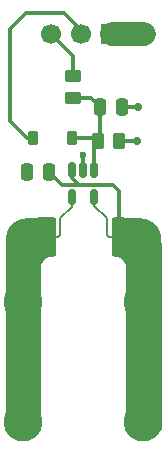
<source format=gbr>
%TF.GenerationSoftware,KiCad,Pcbnew,9.0.2*%
%TF.CreationDate,2025-11-13T14:06:28+01:00*%
%TF.ProjectId,current-meas,63757272-656e-4742-9d6d-6561732e6b69,rev?*%
%TF.SameCoordinates,Original*%
%TF.FileFunction,Copper,L1,Top*%
%TF.FilePolarity,Positive*%
%FSLAX46Y46*%
G04 Gerber Fmt 4.6, Leading zero omitted, Abs format (unit mm)*
G04 Created by KiCad (PCBNEW 9.0.2) date 2025-11-13 14:06:28*
%MOMM*%
%LPD*%
G01*
G04 APERTURE LIST*
G04 Aperture macros list*
%AMRoundRect*
0 Rectangle with rounded corners*
0 $1 Rounding radius*
0 $2 $3 $4 $5 $6 $7 $8 $9 X,Y pos of 4 corners*
0 Add a 4 corners polygon primitive as box body*
4,1,4,$2,$3,$4,$5,$6,$7,$8,$9,$2,$3,0*
0 Add four circle primitives for the rounded corners*
1,1,$1+$1,$2,$3*
1,1,$1+$1,$4,$5*
1,1,$1+$1,$6,$7*
1,1,$1+$1,$8,$9*
0 Add four rect primitives between the rounded corners*
20,1,$1+$1,$2,$3,$4,$5,0*
20,1,$1+$1,$4,$5,$6,$7,0*
20,1,$1+$1,$6,$7,$8,$9,0*
20,1,$1+$1,$8,$9,$2,$3,0*%
G04 Aperture macros list end*
%TA.AperFunction,Conductor*%
%ADD10C,0.000000*%
%TD*%
%ADD11C,0.200000*%
%TA.AperFunction,Conductor*%
%ADD12C,0.200000*%
%TD*%
%TA.AperFunction,SMDPad,CuDef*%
%ADD13RoundRect,0.225000X-0.225000X-0.375000X0.225000X-0.375000X0.225000X0.375000X-0.225000X0.375000X0*%
%TD*%
%TA.AperFunction,SMDPad,CuDef*%
%ADD14RoundRect,0.250000X0.250000X0.475000X-0.250000X0.475000X-0.250000X-0.475000X0.250000X-0.475000X0*%
%TD*%
%TA.AperFunction,SMDPad,CuDef*%
%ADD15RoundRect,0.250000X-0.450000X0.262500X-0.450000X-0.262500X0.450000X-0.262500X0.450000X0.262500X0*%
%TD*%
%TA.AperFunction,SMDPad,CuDef*%
%ADD16RoundRect,0.250000X-0.262500X-0.450000X0.262500X-0.450000X0.262500X0.450000X-0.262500X0.450000X0*%
%TD*%
%TA.AperFunction,SMDPad,CuDef*%
%ADD17RoundRect,0.150000X-0.150000X0.512500X-0.150000X-0.512500X0.150000X-0.512500X0.150000X0.512500X0*%
%TD*%
%TA.AperFunction,ComponentPad*%
%ADD18R,1.700000X1.700000*%
%TD*%
%TA.AperFunction,ComponentPad*%
%ADD19C,1.700000*%
%TD*%
%TA.AperFunction,ComponentPad*%
%ADD20C,3.300000*%
%TD*%
%TA.AperFunction,SMDPad,CuDef*%
%ADD21RoundRect,0.250000X0.362500X1.425000X-0.362500X1.425000X-0.362500X-1.425000X0.362500X-1.425000X0*%
%TD*%
%TA.AperFunction,SMDPad,CuDef*%
%ADD22RoundRect,0.250000X-0.250000X-0.475000X0.250000X-0.475000X0.250000X0.475000X-0.250000X0.475000X0*%
%TD*%
%TA.AperFunction,ViaPad*%
%ADD23C,0.700000*%
%TD*%
%TA.AperFunction,ViaPad*%
%ADD24C,0.600000*%
%TD*%
%TA.AperFunction,Conductor*%
%ADD25C,0.300000*%
%TD*%
%TA.AperFunction,Conductor*%
%ADD26C,2.000000*%
%TD*%
G04 APERTURE END LIST*
D10*
%TA.AperFunction,Conductor*%
%TO.N,/Vin+*%
G36*
X156475000Y-127900000D02*
G01*
X153475000Y-127900000D01*
X153475000Y-112075000D01*
X156475000Y-112075000D01*
X156475000Y-127900000D01*
G37*
%TD.AperFunction*%
%TA.AperFunction,Conductor*%
%TO.N,/Vin-*%
G36*
X146267889Y-127895000D02*
G01*
X143267889Y-127895000D01*
X143267889Y-112070000D01*
X146267889Y-112070000D01*
X146267889Y-127895000D01*
G37*
%TD.AperFunction*%
D11*
X156375000Y-112075000D02*
X156374990Y-112065752D01*
X156374960Y-112056532D01*
X156374910Y-112047354D01*
X156374841Y-112038205D01*
X156374751Y-112029098D01*
X156374642Y-112020018D01*
X156374514Y-112010981D01*
X156374365Y-112001971D01*
X156374198Y-111993003D01*
X156374011Y-111984062D01*
X156373805Y-111975162D01*
X156373579Y-111966290D01*
X156373335Y-111957458D01*
X156373071Y-111948654D01*
X156372789Y-111939890D01*
X156372487Y-111931153D01*
X156372167Y-111922456D01*
X156371828Y-111913786D01*
X156371470Y-111905156D01*
X156371094Y-111896552D01*
X156370699Y-111887988D01*
X156370285Y-111879450D01*
X156369853Y-111870951D01*
X156369403Y-111862479D01*
X156368934Y-111854045D01*
X156368447Y-111845638D01*
X156367942Y-111837269D01*
X156367419Y-111828925D01*
X156366878Y-111820620D01*
X156366319Y-111812341D01*
X156365742Y-111804099D01*
X156365147Y-111795883D01*
X156364535Y-111787705D01*
X156363904Y-111779552D01*
X156363256Y-111771436D01*
X156362591Y-111763345D01*
X156361908Y-111755291D01*
X156361207Y-111747262D01*
X156360489Y-111739270D01*
X156359754Y-111731302D01*
X156359002Y-111723371D01*
X156358232Y-111715465D01*
X156357445Y-111707594D01*
X156356641Y-111699748D01*
X156355821Y-111691937D01*
X156354982Y-111684151D01*
X156354128Y-111676400D01*
X156353256Y-111668673D01*
X156352368Y-111660982D01*
X156351463Y-111653314D01*
X156350541Y-111645681D01*
X156349602Y-111638072D01*
X156348648Y-111630497D01*
X156347676Y-111622946D01*
X156346688Y-111615429D01*
X156345684Y-111607935D01*
X156344663Y-111600476D01*
X156343626Y-111593039D01*
X156342573Y-111585636D01*
X156341504Y-111578257D01*
X156340419Y-111570910D01*
X156339317Y-111563587D01*
X156338200Y-111556296D01*
X156337066Y-111549029D01*
X156335917Y-111541794D01*
X156334751Y-111534581D01*
X156333570Y-111527401D01*
X156332373Y-111520244D01*
X156331161Y-111513118D01*
X156329932Y-111506015D01*
X156328689Y-111498944D01*
X156327429Y-111491895D01*
X156326155Y-111484878D01*
X156324864Y-111477882D01*
X156323559Y-111470918D01*
X156322237Y-111463976D01*
X156320901Y-111457064D01*
X156319549Y-111450175D01*
X156318182Y-111443315D01*
X156316800Y-111436478D01*
X156315403Y-111429671D01*
X156313990Y-111422886D01*
X156312563Y-111416130D01*
X156311120Y-111409396D01*
X156309663Y-111402691D01*
X156308190Y-111396009D01*
X156306703Y-111389355D01*
X156305200Y-111382722D01*
X156303684Y-111376119D01*
X156302152Y-111369537D01*
X156300606Y-111362983D01*
X156299044Y-111356451D01*
X156297469Y-111349946D01*
X156295878Y-111343463D01*
X156294273Y-111337008D01*
X156292653Y-111330574D01*
X156291020Y-111324167D01*
X156289371Y-111317782D01*
X156287708Y-111311423D01*
X156286031Y-111305086D01*
X156284339Y-111298776D01*
X156282633Y-111292486D01*
X156280913Y-111286223D01*
X156279178Y-111279980D01*
X156277430Y-111273764D01*
X156275667Y-111267569D01*
X156273890Y-111261400D01*
X156272098Y-111255251D01*
X156270294Y-111249128D01*
X156268474Y-111243025D01*
X156266641Y-111236948D01*
X156264793Y-111230891D01*
X156262932Y-111224859D01*
X156261057Y-111218848D01*
X156259168Y-111212861D01*
X156257265Y-111206895D01*
X156255348Y-111200953D01*
X156253417Y-111195031D01*
X156251473Y-111189134D01*
X156249514Y-111183256D01*
X156247542Y-111177402D01*
X156245556Y-111171569D01*
X156243557Y-111165759D01*
X156241544Y-111159969D01*
X156239517Y-111154202D01*
X156237477Y-111148455D01*
X156235423Y-111142732D01*
X156233355Y-111137027D01*
X156231274Y-111131346D01*
X156229179Y-111125684D01*
X156227071Y-111120045D01*
X156224949Y-111114426D01*
X156222815Y-111108829D01*
X156220666Y-111103251D01*
X156218504Y-111097695D01*
X156216328Y-111092159D01*
X156214140Y-111086644D01*
X156211937Y-111081149D01*
X156209722Y-111075675D01*
X156207492Y-111070220D01*
X156205250Y-111064787D01*
X156202994Y-111059372D01*
X156200726Y-111053979D01*
X156198443Y-111048605D01*
X156196148Y-111043251D01*
X156193839Y-111037916D01*
X156191517Y-111032602D01*
X156189182Y-111027307D01*
X156186833Y-111022032D01*
X156184471Y-111016776D01*
X156182097Y-111011539D01*
X156179708Y-111006322D01*
X156177307Y-111001124D01*
X156174892Y-110995945D01*
X156172465Y-110990785D01*
X156170024Y-110985644D01*
X156167570Y-110980522D01*
X156165103Y-110975418D01*
X156162623Y-110970334D01*
X156160129Y-110965268D01*
X156157622Y-110960221D01*
X156155103Y-110955192D01*
X156152570Y-110950181D01*
X156150024Y-110945189D01*
X156147465Y-110940215D01*
X156144893Y-110935260D01*
X156142307Y-110930322D01*
X156139709Y-110925403D01*
X156137097Y-110920501D01*
X156134473Y-110915617D01*
X156131835Y-110910752D01*
X156129184Y-110905903D01*
X156126520Y-110901073D01*
X156123843Y-110896260D01*
X156121153Y-110891465D01*
X156118449Y-110886687D01*
X156115733Y-110881926D01*
X156113003Y-110877183D01*
X156110260Y-110872457D01*
X156107504Y-110867748D01*
X156104735Y-110863056D01*
X156101953Y-110858382D01*
X156099158Y-110853724D01*
X156096349Y-110849083D01*
X156093527Y-110844459D01*
X156090693Y-110839852D01*
X156087844Y-110835261D01*
X156084983Y-110830687D01*
X156082108Y-110826130D01*
X156079221Y-110821589D01*
X156076320Y-110817064D01*
X156073406Y-110812556D01*
X156070478Y-110808064D01*
X156067537Y-110803589D01*
X156064583Y-110799129D01*
X156061616Y-110794686D01*
X156058635Y-110790258D01*
X156055641Y-110785847D01*
X156052633Y-110781451D01*
X156049613Y-110777072D01*
X156046578Y-110772707D01*
X156043531Y-110768360D01*
X156040470Y-110764026D01*
X156037396Y-110759710D01*
X156031207Y-110751123D01*
X156024963Y-110742597D01*
X156018666Y-110734132D01*
X156012314Y-110725729D01*
X156005907Y-110717385D01*
X155999446Y-110709101D01*
X155992930Y-110700877D01*
X155986358Y-110692712D01*
X155979731Y-110684605D01*
X155973049Y-110676556D01*
X155966310Y-110668565D01*
X155959515Y-110660631D01*
X155952664Y-110652754D01*
X155945756Y-110644934D01*
X155938791Y-110637170D01*
X155931769Y-110629461D01*
X155924689Y-110621808D01*
X155917550Y-110614209D01*
X155910354Y-110606665D01*
X155903099Y-110599176D01*
X155895785Y-110591740D01*
X155888411Y-110584358D01*
X155880978Y-110577029D01*
X155873485Y-110569753D01*
X155865931Y-110562530D01*
X155858316Y-110555359D01*
X155850639Y-110548240D01*
X155842901Y-110541172D01*
X155835101Y-110534156D01*
X155827238Y-110527191D01*
X155819312Y-110520277D01*
X155811322Y-110513414D01*
X155803269Y-110506600D01*
X155795150Y-110499837D01*
X155786967Y-110493123D01*
X155778718Y-110486460D01*
X155770403Y-110479845D01*
X155762021Y-110473279D01*
X155753572Y-110466763D01*
X155745055Y-110460295D01*
X155736470Y-110453875D01*
X155727816Y-110447504D01*
X155719092Y-110441181D01*
X155710299Y-110434905D01*
X155701434Y-110428677D01*
X155692499Y-110422497D01*
X155683491Y-110416364D01*
X155674410Y-110410279D01*
X155665256Y-110404240D01*
X155656028Y-110398248D01*
X155646726Y-110392303D01*
X155637348Y-110386405D01*
X155627893Y-110380553D01*
X155618362Y-110374747D01*
X155608753Y-110368988D01*
X155599066Y-110363275D01*
X155589299Y-110357608D01*
X155579452Y-110351987D01*
X155569525Y-110346411D01*
X155559516Y-110340882D01*
X155549424Y-110335398D01*
X155539249Y-110329960D01*
X155528989Y-110324567D01*
X155518645Y-110319220D01*
X155508214Y-110313919D01*
X155497697Y-110308662D01*
X155487091Y-110303452D01*
X155476397Y-110298286D01*
X155465612Y-110293166D01*
X155454737Y-110288091D01*
X155443770Y-110283062D01*
X155432710Y-110278078D01*
X155421556Y-110273139D01*
X155410306Y-110268245D01*
X155398961Y-110263397D01*
X155387518Y-110258593D01*
X155375976Y-110253836D01*
X155364335Y-110249123D01*
X155352593Y-110244456D01*
X155340749Y-110239834D01*
X155328801Y-110235258D01*
X155316749Y-110230727D01*
X155304591Y-110226242D01*
X155292326Y-110221802D01*
X155279951Y-110217408D01*
X155267467Y-110213060D01*
X155254871Y-110208757D01*
X155242163Y-110204501D01*
X155229339Y-110200290D01*
X155216400Y-110196125D01*
X155203343Y-110192006D01*
X155190167Y-110187933D01*
X155176870Y-110183907D01*
X155163451Y-110179927D01*
X155149907Y-110175994D01*
X155136238Y-110172107D01*
X155122440Y-110168267D01*
X155108513Y-110164473D01*
X155094454Y-110160727D01*
X155080261Y-110157027D01*
X155065933Y-110153375D01*
X155051467Y-110149770D01*
X155036861Y-110146213D01*
X155022112Y-110142703D01*
X155007220Y-110139241D01*
X154992180Y-110135827D01*
X154976992Y-110132460D01*
X154961652Y-110129142D01*
X154946157Y-110125872D01*
X154930505Y-110122651D01*
X154914694Y-110119478D01*
X154898720Y-110116355D01*
X154882581Y-110113280D01*
X154866272Y-110110254D01*
X154849793Y-110107278D01*
X154833138Y-110104351D01*
X154816304Y-110101474D01*
X154799289Y-110098646D01*
X154782087Y-110095869D01*
X154764696Y-110093142D01*
X154747112Y-110090466D01*
X154729330Y-110087840D01*
X154711345Y-110085264D01*
X154693154Y-110082740D01*
X154674752Y-110080267D01*
X154656133Y-110077846D01*
X154637292Y-110075476D01*
X154618225Y-110073158D01*
X154598924Y-110070892D01*
X154579384Y-110068678D01*
X154559599Y-110066517D01*
X154539562Y-110064408D01*
X154519266Y-110062352D01*
X154498703Y-110060350D01*
X154477865Y-110058400D01*
X154456744Y-110056505D01*
X154435331Y-110054663D01*
X154413616Y-110052875D01*
X154391589Y-110051141D01*
X154369239Y-110049462D01*
X154346555Y-110047837D01*
X154323523Y-110046268D01*
X154300129Y-110044753D01*
X154276361Y-110043294D01*
X154252200Y-110041891D01*
X154227631Y-110040544D01*
X154202633Y-110039253D01*
X154177187Y-110038018D01*
X154151270Y-110036840D01*
X154124857Y-110035719D01*
X154097920Y-110034656D01*
X154070428Y-110033650D01*
X154042346Y-110032702D01*
X154013637Y-110031812D01*
X153984255Y-110030980D01*
X153954150Y-110030207D01*
X153923265Y-110029494D01*
X153891532Y-110028840D01*
X153858872Y-110028246D01*
X153825192Y-110027712D01*
X153790378Y-110027239D01*
X153754293Y-110026828D01*
X153716764Y-110026479D01*
X153677572Y-110026193D01*
X153636427Y-110025971D01*
X153592937Y-110025814D01*
X153546539Y-110025724D01*
X153496381Y-110025704D01*
X153441038Y-110025758D01*
X153377766Y-110025893D01*
X153299668Y-110026131D01*
X153253301Y-110026289D01*
X153181448Y-110026530D01*
X153109420Y-110026733D01*
X153073349Y-110026808D01*
X153037244Y-110026860D01*
X153001108Y-110026883D01*
X152964944Y-110026872D01*
X152928755Y-110026823D01*
X152892545Y-110026731D01*
X152856316Y-110026590D01*
X152820071Y-110026397D01*
X152783814Y-110026146D01*
X152747548Y-110025833D01*
X152711276Y-110025453D01*
X152675000Y-110025000D01*
D12*
%TO.N,/Vin+*%
X155600000Y-110425000D02*
X156100000Y-110975000D01*
X156325000Y-111825000D01*
X156225000Y-112325000D01*
X154025000Y-113800000D01*
X153550000Y-113675000D01*
X152825000Y-112850000D01*
X153125000Y-110150000D01*
X154600000Y-110125000D01*
X155600000Y-110425000D01*
%TA.AperFunction,Conductor*%
G36*
X155600000Y-110425000D02*
G01*
X156100000Y-110975000D01*
X156325000Y-111825000D01*
X156225000Y-112325000D01*
X154025000Y-113800000D01*
X153550000Y-113675000D01*
X152825000Y-112850000D01*
X153125000Y-110150000D01*
X154600000Y-110125000D01*
X155600000Y-110425000D01*
G37*
%TD.AperFunction*%
%TO.N,/Vin-*%
X146617889Y-110145000D02*
X146917889Y-112845000D01*
X146192889Y-113670000D01*
X145717889Y-113795000D01*
X143517889Y-112320000D01*
X143417889Y-111820000D01*
X143642889Y-110970000D01*
X144142889Y-110420000D01*
X145142889Y-110120000D01*
X146617889Y-110145000D01*
%TA.AperFunction,Conductor*%
G36*
X146617889Y-110145000D02*
G01*
X146917889Y-112845000D01*
X146192889Y-113670000D01*
X145717889Y-113795000D01*
X143517889Y-112320000D01*
X143417889Y-111820000D01*
X143642889Y-110970000D01*
X144142889Y-110420000D01*
X145142889Y-110120000D01*
X146617889Y-110145000D01*
G37*
%TD.AperFunction*%
D11*
X143367889Y-112070000D02*
X143367899Y-112060752D01*
X143367929Y-112051532D01*
X143367979Y-112042354D01*
X143368048Y-112033205D01*
X143368138Y-112024098D01*
X143368247Y-112015018D01*
X143368375Y-112005981D01*
X143368524Y-111996971D01*
X143368691Y-111988003D01*
X143368878Y-111979062D01*
X143369084Y-111970162D01*
X143369310Y-111961290D01*
X143369554Y-111952458D01*
X143369818Y-111943654D01*
X143370100Y-111934890D01*
X143370402Y-111926153D01*
X143370722Y-111917456D01*
X143371061Y-111908786D01*
X143371419Y-111900156D01*
X143371795Y-111891552D01*
X143372190Y-111882988D01*
X143372604Y-111874450D01*
X143373036Y-111865951D01*
X143373486Y-111857479D01*
X143373955Y-111849045D01*
X143374442Y-111840638D01*
X143374947Y-111832269D01*
X143375470Y-111823925D01*
X143376011Y-111815620D01*
X143376570Y-111807341D01*
X143377147Y-111799099D01*
X143377742Y-111790883D01*
X143378354Y-111782705D01*
X143378985Y-111774552D01*
X143379633Y-111766436D01*
X143380298Y-111758345D01*
X143380981Y-111750291D01*
X143381682Y-111742262D01*
X143382400Y-111734270D01*
X143383135Y-111726302D01*
X143383887Y-111718371D01*
X143384657Y-111710465D01*
X143385444Y-111702594D01*
X143386248Y-111694748D01*
X143387068Y-111686937D01*
X143387907Y-111679151D01*
X143388761Y-111671400D01*
X143389633Y-111663673D01*
X143390521Y-111655982D01*
X143391426Y-111648314D01*
X143392348Y-111640681D01*
X143393287Y-111633072D01*
X143394241Y-111625497D01*
X143395213Y-111617946D01*
X143396201Y-111610429D01*
X143397205Y-111602935D01*
X143398226Y-111595476D01*
X143399263Y-111588039D01*
X143400316Y-111580636D01*
X143401385Y-111573257D01*
X143402470Y-111565910D01*
X143403572Y-111558587D01*
X143404689Y-111551296D01*
X143405823Y-111544029D01*
X143406972Y-111536794D01*
X143408138Y-111529581D01*
X143409319Y-111522401D01*
X143410516Y-111515244D01*
X143411728Y-111508118D01*
X143412957Y-111501015D01*
X143414200Y-111493944D01*
X143415460Y-111486895D01*
X143416734Y-111479878D01*
X143418025Y-111472882D01*
X143419330Y-111465918D01*
X143420652Y-111458976D01*
X143421988Y-111452064D01*
X143423340Y-111445175D01*
X143424707Y-111438315D01*
X143426089Y-111431478D01*
X143427486Y-111424671D01*
X143428899Y-111417886D01*
X143430326Y-111411130D01*
X143431769Y-111404396D01*
X143433226Y-111397691D01*
X143434699Y-111391009D01*
X143436186Y-111384355D01*
X143437689Y-111377722D01*
X143439205Y-111371119D01*
X143440737Y-111364537D01*
X143442283Y-111357983D01*
X143443845Y-111351451D01*
X143445420Y-111344946D01*
X143447011Y-111338463D01*
X143448616Y-111332008D01*
X143450236Y-111325574D01*
X143451869Y-111319167D01*
X143453518Y-111312782D01*
X143455181Y-111306423D01*
X143456858Y-111300086D01*
X143458550Y-111293776D01*
X143460256Y-111287486D01*
X143461976Y-111281223D01*
X143463711Y-111274980D01*
X143465459Y-111268764D01*
X143467222Y-111262569D01*
X143468999Y-111256400D01*
X143470791Y-111250251D01*
X143472595Y-111244128D01*
X143474415Y-111238025D01*
X143476248Y-111231948D01*
X143478096Y-111225891D01*
X143479957Y-111219859D01*
X143481832Y-111213848D01*
X143483721Y-111207861D01*
X143485624Y-111201895D01*
X143487541Y-111195953D01*
X143489472Y-111190031D01*
X143491416Y-111184134D01*
X143493375Y-111178256D01*
X143495347Y-111172402D01*
X143497333Y-111166569D01*
X143499332Y-111160759D01*
X143501345Y-111154969D01*
X143503372Y-111149202D01*
X143505412Y-111143455D01*
X143507466Y-111137732D01*
X143509534Y-111132027D01*
X143511615Y-111126346D01*
X143513710Y-111120684D01*
X143515818Y-111115045D01*
X143517940Y-111109426D01*
X143520074Y-111103829D01*
X143522223Y-111098251D01*
X143524385Y-111092695D01*
X143526561Y-111087159D01*
X143528749Y-111081644D01*
X143530952Y-111076149D01*
X143533167Y-111070675D01*
X143535397Y-111065220D01*
X143537639Y-111059787D01*
X143539895Y-111054372D01*
X143542163Y-111048979D01*
X143544446Y-111043605D01*
X143546741Y-111038251D01*
X143549050Y-111032916D01*
X143551372Y-111027602D01*
X143553707Y-111022307D01*
X143556056Y-111017032D01*
X143558418Y-111011776D01*
X143560792Y-111006539D01*
X143563181Y-111001322D01*
X143565582Y-110996124D01*
X143567997Y-110990945D01*
X143570424Y-110985785D01*
X143572865Y-110980644D01*
X143575319Y-110975522D01*
X143577786Y-110970418D01*
X143580266Y-110965334D01*
X143582760Y-110960268D01*
X143585267Y-110955221D01*
X143587786Y-110950192D01*
X143590319Y-110945181D01*
X143592865Y-110940189D01*
X143595424Y-110935215D01*
X143597996Y-110930260D01*
X143600582Y-110925322D01*
X143603180Y-110920403D01*
X143605792Y-110915501D01*
X143608416Y-110910617D01*
X143611054Y-110905752D01*
X143613705Y-110900903D01*
X143616369Y-110896073D01*
X143619046Y-110891260D01*
X143621736Y-110886465D01*
X143624440Y-110881687D01*
X143627156Y-110876926D01*
X143629886Y-110872183D01*
X143632629Y-110867457D01*
X143635385Y-110862748D01*
X143638154Y-110858056D01*
X143640936Y-110853382D01*
X143643731Y-110848724D01*
X143646540Y-110844083D01*
X143649362Y-110839459D01*
X143652196Y-110834852D01*
X143655045Y-110830261D01*
X143657906Y-110825687D01*
X143660781Y-110821130D01*
X143663668Y-110816589D01*
X143666569Y-110812064D01*
X143669483Y-110807556D01*
X143672411Y-110803064D01*
X143675352Y-110798589D01*
X143678306Y-110794129D01*
X143681273Y-110789686D01*
X143684254Y-110785258D01*
X143687248Y-110780847D01*
X143690256Y-110776451D01*
X143693276Y-110772072D01*
X143696311Y-110767707D01*
X143699358Y-110763360D01*
X143702419Y-110759026D01*
X143705493Y-110754710D01*
X143711682Y-110746123D01*
X143717926Y-110737597D01*
X143724223Y-110729132D01*
X143730575Y-110720729D01*
X143736982Y-110712385D01*
X143743443Y-110704101D01*
X143749959Y-110695877D01*
X143756531Y-110687712D01*
X143763158Y-110679605D01*
X143769840Y-110671556D01*
X143776579Y-110663565D01*
X143783374Y-110655631D01*
X143790225Y-110647754D01*
X143797133Y-110639934D01*
X143804098Y-110632170D01*
X143811120Y-110624461D01*
X143818200Y-110616808D01*
X143825339Y-110609209D01*
X143832535Y-110601665D01*
X143839790Y-110594176D01*
X143847104Y-110586740D01*
X143854478Y-110579358D01*
X143861911Y-110572029D01*
X143869404Y-110564753D01*
X143876958Y-110557530D01*
X143884573Y-110550359D01*
X143892250Y-110543240D01*
X143899988Y-110536172D01*
X143907788Y-110529156D01*
X143915651Y-110522191D01*
X143923577Y-110515277D01*
X143931567Y-110508414D01*
X143939620Y-110501600D01*
X143947739Y-110494837D01*
X143955922Y-110488123D01*
X143964171Y-110481460D01*
X143972486Y-110474845D01*
X143980868Y-110468279D01*
X143989317Y-110461763D01*
X143997834Y-110455295D01*
X144006419Y-110448875D01*
X144015073Y-110442504D01*
X144023797Y-110436181D01*
X144032590Y-110429905D01*
X144041455Y-110423677D01*
X144050390Y-110417497D01*
X144059398Y-110411364D01*
X144068479Y-110405279D01*
X144077633Y-110399240D01*
X144086861Y-110393248D01*
X144096163Y-110387303D01*
X144105541Y-110381405D01*
X144114996Y-110375553D01*
X144124527Y-110369747D01*
X144134136Y-110363988D01*
X144143823Y-110358275D01*
X144153590Y-110352608D01*
X144163437Y-110346987D01*
X144173364Y-110341411D01*
X144183373Y-110335882D01*
X144193465Y-110330398D01*
X144203640Y-110324960D01*
X144213900Y-110319567D01*
X144224244Y-110314220D01*
X144234675Y-110308919D01*
X144245192Y-110303662D01*
X144255798Y-110298452D01*
X144266492Y-110293286D01*
X144277277Y-110288166D01*
X144288152Y-110283091D01*
X144299119Y-110278062D01*
X144310179Y-110273078D01*
X144321333Y-110268139D01*
X144332583Y-110263245D01*
X144343928Y-110258397D01*
X144355371Y-110253593D01*
X144366913Y-110248836D01*
X144378554Y-110244123D01*
X144390296Y-110239456D01*
X144402140Y-110234834D01*
X144414088Y-110230258D01*
X144426140Y-110225727D01*
X144438298Y-110221242D01*
X144450563Y-110216802D01*
X144462938Y-110212408D01*
X144475422Y-110208060D01*
X144488018Y-110203757D01*
X144500726Y-110199501D01*
X144513550Y-110195290D01*
X144526489Y-110191125D01*
X144539546Y-110187006D01*
X144552722Y-110182933D01*
X144566019Y-110178907D01*
X144579438Y-110174927D01*
X144592982Y-110170994D01*
X144606651Y-110167107D01*
X144620449Y-110163267D01*
X144634376Y-110159473D01*
X144648435Y-110155727D01*
X144662628Y-110152027D01*
X144676956Y-110148375D01*
X144691422Y-110144770D01*
X144706028Y-110141213D01*
X144720777Y-110137703D01*
X144735669Y-110134241D01*
X144750709Y-110130827D01*
X144765897Y-110127460D01*
X144781237Y-110124142D01*
X144796732Y-110120872D01*
X144812384Y-110117651D01*
X144828195Y-110114478D01*
X144844169Y-110111355D01*
X144860308Y-110108280D01*
X144876617Y-110105254D01*
X144893096Y-110102278D01*
X144909751Y-110099351D01*
X144926585Y-110096474D01*
X144943600Y-110093646D01*
X144960802Y-110090869D01*
X144978193Y-110088142D01*
X144995777Y-110085466D01*
X145013559Y-110082840D01*
X145031544Y-110080264D01*
X145049735Y-110077740D01*
X145068137Y-110075267D01*
X145086756Y-110072846D01*
X145105597Y-110070476D01*
X145124664Y-110068158D01*
X145143965Y-110065892D01*
X145163505Y-110063678D01*
X145183290Y-110061517D01*
X145203327Y-110059408D01*
X145223623Y-110057352D01*
X145244186Y-110055350D01*
X145265024Y-110053400D01*
X145286145Y-110051505D01*
X145307558Y-110049663D01*
X145329273Y-110047875D01*
X145351300Y-110046141D01*
X145373650Y-110044462D01*
X145396334Y-110042837D01*
X145419366Y-110041268D01*
X145442760Y-110039753D01*
X145466528Y-110038294D01*
X145490689Y-110036891D01*
X145515258Y-110035544D01*
X145540256Y-110034253D01*
X145565702Y-110033018D01*
X145591619Y-110031840D01*
X145618032Y-110030719D01*
X145644969Y-110029656D01*
X145672461Y-110028650D01*
X145700543Y-110027702D01*
X145729252Y-110026812D01*
X145758634Y-110025980D01*
X145788739Y-110025207D01*
X145819624Y-110024494D01*
X145851357Y-110023840D01*
X145884017Y-110023246D01*
X145917697Y-110022712D01*
X145952511Y-110022239D01*
X145988596Y-110021828D01*
X146026125Y-110021479D01*
X146065317Y-110021193D01*
X146106462Y-110020971D01*
X146149952Y-110020814D01*
X146196350Y-110020724D01*
X146246508Y-110020704D01*
X146301851Y-110020758D01*
X146365123Y-110020893D01*
X146443221Y-110021131D01*
X146489588Y-110021289D01*
X146561441Y-110021530D01*
X146633469Y-110021733D01*
X146669540Y-110021808D01*
X146705645Y-110021860D01*
X146741781Y-110021883D01*
X146777945Y-110021872D01*
X146814134Y-110021823D01*
X146850344Y-110021731D01*
X146886573Y-110021590D01*
X146922818Y-110021397D01*
X146959075Y-110021146D01*
X146995341Y-110020833D01*
X147031613Y-110020453D01*
X147067889Y-110020000D01*
X145867889Y-115470000D02*
X145867999Y-115459050D01*
X145868130Y-115448132D01*
X145868279Y-115437246D01*
X145868448Y-115426393D01*
X145868637Y-115415571D01*
X145868845Y-115404781D01*
X145869073Y-115394022D01*
X145869319Y-115383296D01*
X145869586Y-115372600D01*
X145869871Y-115361937D01*
X145870175Y-115351305D01*
X145870498Y-115340704D01*
X145870841Y-115330135D01*
X145871202Y-115319597D01*
X145871583Y-115309090D01*
X145871982Y-115298615D01*
X145872400Y-115288171D01*
X145872837Y-115277758D01*
X145873292Y-115267376D01*
X145873766Y-115257025D01*
X145874259Y-115246704D01*
X145874770Y-115236415D01*
X145875299Y-115226156D01*
X145875847Y-115215929D01*
X145876414Y-115205731D01*
X145876998Y-115195565D01*
X145877601Y-115185429D01*
X145878222Y-115175324D01*
X145878861Y-115165248D01*
X145879519Y-115155204D01*
X145880194Y-115145189D01*
X145880887Y-115135205D01*
X145881598Y-115125251D01*
X145882327Y-115115328D01*
X145883074Y-115105434D01*
X145883839Y-115095570D01*
X145884621Y-115085736D01*
X145885421Y-115075933D01*
X145886239Y-115066158D01*
X145887074Y-115056415D01*
X145887927Y-115046700D01*
X145888797Y-115037016D01*
X145889684Y-115027360D01*
X145890589Y-115017735D01*
X145891511Y-115008138D01*
X145892450Y-114998572D01*
X145893407Y-114989034D01*
X145894380Y-114979527D01*
X145895371Y-114970048D01*
X145896379Y-114960599D01*
X145897404Y-114951178D01*
X145898445Y-114941787D01*
X145899504Y-114932424D01*
X145900579Y-114923092D01*
X145901671Y-114913787D01*
X145902780Y-114904512D01*
X145903905Y-114895265D01*
X145905047Y-114886047D01*
X145906206Y-114876858D01*
X145907381Y-114867698D01*
X145908573Y-114858565D01*
X145909781Y-114849462D01*
X145911005Y-114840386D01*
X145912246Y-114831340D01*
X145913503Y-114822321D01*
X145914776Y-114813332D01*
X145916065Y-114804370D01*
X145917370Y-114795437D01*
X145918692Y-114786531D01*
X145920029Y-114777654D01*
X145921383Y-114768804D01*
X145922752Y-114759983D01*
X145924138Y-114751189D01*
X145925539Y-114742424D01*
X145926956Y-114733685D01*
X145928388Y-114724976D01*
X145929837Y-114716293D01*
X145931301Y-114707639D01*
X145932780Y-114699010D01*
X145934275Y-114690411D01*
X145935786Y-114681838D01*
X145937312Y-114673294D01*
X145938853Y-114664775D01*
X145940410Y-114656286D01*
X145941982Y-114647822D01*
X145943569Y-114639387D01*
X145945172Y-114630977D01*
X145946789Y-114622596D01*
X145948422Y-114614241D01*
X145950070Y-114605914D01*
X145951733Y-114597612D01*
X145953411Y-114589339D01*
X145955104Y-114581090D01*
X145956811Y-114572871D01*
X145958534Y-114564676D01*
X145960271Y-114556510D01*
X145962024Y-114548368D01*
X145963790Y-114540255D01*
X145965572Y-114532166D01*
X145967368Y-114524106D01*
X145969179Y-114516070D01*
X145971004Y-114508063D01*
X145972844Y-114500079D01*
X145974698Y-114492124D01*
X145976566Y-114484193D01*
X145978449Y-114476290D01*
X145980347Y-114468411D01*
X145982258Y-114460561D01*
X145984184Y-114452734D01*
X145986124Y-114444935D01*
X145988078Y-114437159D01*
X145990046Y-114429412D01*
X145992028Y-114421688D01*
X145994024Y-114413992D01*
X145996035Y-114406320D01*
X145998059Y-114398675D01*
X146000097Y-114391054D01*
X146002149Y-114383460D01*
X146004215Y-114375889D01*
X146006294Y-114368347D01*
X146008387Y-114360826D01*
X146010494Y-114353334D01*
X146012615Y-114345865D01*
X146014749Y-114338423D01*
X146016897Y-114331003D01*
X146019058Y-114323612D01*
X146021233Y-114316243D01*
X146023421Y-114308901D01*
X146025623Y-114301581D01*
X146027837Y-114294290D01*
X146030066Y-114287020D01*
X146032307Y-114279777D01*
X146034562Y-114272557D01*
X146036830Y-114265364D01*
X146039111Y-114258193D01*
X146041405Y-114251049D01*
X146043713Y-114243927D01*
X146046033Y-114236832D01*
X146048367Y-114229759D01*
X146050713Y-114222713D01*
X146053073Y-114215689D01*
X146055444Y-114208691D01*
X146057830Y-114201715D01*
X146060228Y-114194766D01*
X146062639Y-114187838D01*
X146065062Y-114180938D01*
X146067499Y-114174058D01*
X146069947Y-114167205D01*
X146072409Y-114160373D01*
X146074883Y-114153568D01*
X146077370Y-114146784D01*
X146079869Y-114140027D01*
X146082381Y-114133290D01*
X146084905Y-114126581D01*
X146087442Y-114119891D01*
X146089990Y-114113229D01*
X146092552Y-114106586D01*
X146095125Y-114099971D01*
X146097712Y-114093376D01*
X146100310Y-114086807D01*
X146102921Y-114080259D01*
X146105543Y-114073737D01*
X146108178Y-114067235D01*
X146110824Y-114060760D01*
X146113484Y-114054304D01*
X146116154Y-114047875D01*
X146118838Y-114041466D01*
X146121533Y-114035083D01*
X146124240Y-114028720D01*
X146126958Y-114022383D01*
X146129690Y-114016066D01*
X146132432Y-114009775D01*
X146135187Y-114003503D01*
X146137952Y-113997258D01*
X146140731Y-113991032D01*
X146143520Y-113984832D01*
X146146322Y-113978651D01*
X146149134Y-113972497D01*
X146151960Y-113966361D01*
X146154795Y-113960252D01*
X146157643Y-113954161D01*
X146160502Y-113948097D01*
X146163373Y-113942051D01*
X146166255Y-113936032D01*
X146169149Y-113930031D01*
X146172053Y-113924056D01*
X146174971Y-113918100D01*
X146177897Y-113912169D01*
X146180838Y-113906257D01*
X146183787Y-113900371D01*
X146186749Y-113894503D01*
X146189721Y-113888661D01*
X146192706Y-113882837D01*
X146195700Y-113877039D01*
X146201724Y-113865505D01*
X146207791Y-113854059D01*
X146213903Y-113842699D01*
X146220059Y-113831427D01*
X146226258Y-113820240D01*
X146232501Y-113809141D01*
X146238786Y-113798127D01*
X146245115Y-113787198D01*
X146251486Y-113776355D01*
X146257900Y-113765598D01*
X146264355Y-113754925D01*
X146270853Y-113744336D01*
X146277393Y-113733832D01*
X146283974Y-113723412D01*
X146290596Y-113713076D01*
X146297260Y-113702823D01*
X146303965Y-113692653D01*
X146310710Y-113682567D01*
X146317496Y-113672563D01*
X146324322Y-113662642D01*
X146331188Y-113652803D01*
X146338094Y-113643047D01*
X146345039Y-113633372D01*
X146352024Y-113623779D01*
X146359049Y-113614267D01*
X146366112Y-113604837D01*
X146373214Y-113595487D01*
X146380355Y-113586219D01*
X146387534Y-113577031D01*
X146394752Y-113567924D01*
X146402007Y-113558897D01*
X146409300Y-113549951D01*
X146416631Y-113541084D01*
X146423999Y-113532297D01*
X146431404Y-113523590D01*
X146438846Y-113514962D01*
X146446325Y-113506414D01*
X146453841Y-113497945D01*
X146461392Y-113489555D01*
X146468980Y-113481245D01*
X146476604Y-113473013D01*
X146484263Y-113464860D01*
X146491957Y-113456785D01*
X146499687Y-113448790D01*
X146507451Y-113440872D01*
X146515250Y-113433034D01*
X146523084Y-113425273D01*
X146530952Y-113417591D01*
X146538853Y-113409987D01*
X146546788Y-113402461D01*
X146554757Y-113395014D01*
X146562758Y-113387644D01*
X146570793Y-113380352D01*
X146578859Y-113373139D01*
X146586958Y-113366004D01*
X146595089Y-113358946D01*
X146603252Y-113351967D01*
X146611445Y-113345065D01*
X146619670Y-113338242D01*
X146627925Y-113331497D01*
X146636211Y-113324830D01*
X146644526Y-113318241D01*
X146652871Y-113311730D01*
X146661245Y-113305297D01*
X146669647Y-113298943D01*
X146678078Y-113292667D01*
X146686537Y-113286470D01*
X146695023Y-113280351D01*
X146703536Y-113274311D01*
X146712076Y-113268350D01*
X146720641Y-113262468D01*
X146729232Y-113256664D01*
X146737848Y-113250940D01*
X146746488Y-113245296D01*
X146755152Y-113239730D01*
X146763839Y-113234245D01*
X146772548Y-113228839D01*
X146781280Y-113223513D01*
X146790032Y-113218268D01*
X146798805Y-113213103D01*
X146807598Y-113208019D01*
X146816410Y-113203015D01*
X146825240Y-113198093D01*
X146834087Y-113193252D01*
X146842950Y-113188493D01*
X146851829Y-113183816D01*
X146860723Y-113179221D01*
X146869630Y-113174708D01*
X146878549Y-113170279D01*
X146887480Y-113165932D01*
X146896421Y-113161669D01*
X146905371Y-113157489D01*
X146914328Y-113153394D01*
X146923293Y-113149383D01*
X146932262Y-113145457D01*
X146941234Y-113141616D01*
X146950209Y-113137860D01*
X146959184Y-113134190D01*
X146968158Y-113130607D01*
X146977129Y-113127110D01*
X146986095Y-113123701D01*
X146995055Y-113120378D01*
X147004006Y-113117144D01*
X147012946Y-113113998D01*
X147021873Y-113110941D01*
X147030785Y-113107972D01*
X147039678Y-113105094D01*
X147048552Y-113102305D01*
X147057403Y-113099607D01*
X147066227Y-113096999D01*
X147075023Y-113094483D01*
X147083787Y-113092058D01*
X147092516Y-113089725D01*
X147101207Y-113087484D01*
X147109856Y-113085336D01*
X147118459Y-113083281D01*
X147127012Y-113081320D01*
X147135511Y-113079451D01*
X147143953Y-113077677D01*
X147152332Y-113075997D01*
X147160644Y-113074411D01*
X147168885Y-113072919D01*
X147177048Y-113071521D01*
X147185129Y-113070218D01*
X147193122Y-113069010D01*
X147201022Y-113067895D01*
X147204939Y-113067372D01*
X147208822Y-113066874D01*
X147212687Y-113066398D01*
X147216517Y-113065947D01*
X147220327Y-113065517D01*
X147224101Y-113065112D01*
X147227852Y-113064730D01*
X147231566Y-113064371D01*
X147235255Y-113064034D01*
X147238907Y-113063721D01*
X147242530Y-113063430D01*
X147246115Y-113063162D01*
X147249670Y-113062916D01*
X147253186Y-113062693D01*
X147256668Y-113062491D01*
X147260111Y-113062312D01*
X147263517Y-113062155D01*
X147266883Y-113062020D01*
X147270210Y-113061905D01*
X147273495Y-113061813D01*
X147276740Y-113061741D01*
X147279941Y-113061690D01*
X147283099Y-113061660D01*
X147286214Y-113061650D01*
X147289281Y-113061660D01*
X147292305Y-113061689D01*
X147295280Y-113061738D01*
X147298210Y-113061807D01*
X147301087Y-113061894D01*
X147303920Y-113061999D01*
X147306699Y-113062122D01*
X147309431Y-113062264D01*
X147312107Y-113062422D01*
X147314737Y-113062597D01*
X147317308Y-113062789D01*
X147319833Y-113062997D01*
X147322296Y-113063220D01*
X147324714Y-113063459D01*
X147327068Y-113063711D01*
X147329376Y-113063979D01*
X147331619Y-113064259D01*
X147333816Y-113064554D01*
X147335947Y-113064860D01*
X147338033Y-113065179D01*
X147340050Y-113065508D01*
X147342024Y-113065851D01*
X147343928Y-113066201D01*
X147345789Y-113066564D01*
X147347580Y-113066934D01*
X147349329Y-113067315D01*
X147351008Y-113067702D01*
X147352645Y-113068100D01*
X147354213Y-113068501D01*
X147355740Y-113068913D01*
X147357199Y-113069326D01*
X147358617Y-113069750D01*
X147359969Y-113070174D01*
X147361281Y-113070607D01*
X147362528Y-113071039D01*
X147363737Y-113071480D01*
X147364882Y-113071919D01*
X147365991Y-113072365D01*
X147367038Y-113072808D01*
X147368050Y-113073258D01*
X147369003Y-113073704D01*
X147369922Y-113074156D01*
X147370785Y-113074603D01*
X147371615Y-113075055D01*
X147372392Y-113075502D01*
X147373137Y-113075953D01*
X147373832Y-113076398D01*
X147374498Y-113076847D01*
X147375116Y-113077289D01*
X147375706Y-113077735D01*
X147376252Y-113078174D01*
X147376770Y-113078616D01*
X147377248Y-113079050D01*
X147377700Y-113079488D01*
X147378115Y-113079918D01*
X147378505Y-113080350D01*
X147378860Y-113080775D01*
X147379192Y-113081203D01*
X147379493Y-113081624D01*
X147379770Y-113082047D01*
X147380019Y-113082463D01*
X147380246Y-113082881D01*
X147380447Y-113083294D01*
X147380627Y-113083709D01*
X147380783Y-113084119D01*
X147380918Y-113084532D01*
X147381031Y-113084940D01*
X147381123Y-113085351D01*
X147381194Y-113085759D01*
X147381246Y-113086170D01*
X147381277Y-113086580D01*
X147381288Y-113086991D01*
X147381250Y-113087818D01*
X147381131Y-113088654D01*
X147380929Y-113089501D01*
X147380640Y-113090363D01*
X147380260Y-113091243D01*
X147379784Y-113092143D01*
X147379203Y-113093064D01*
X147378512Y-113094009D01*
X147377702Y-113094980D01*
X147376764Y-113095976D01*
X147375689Y-113097000D01*
X147374467Y-113098050D01*
X147373089Y-113099128D01*
X147371544Y-113100233D01*
X147369821Y-113101364D01*
X147367912Y-113102521D01*
X147365805Y-113103703D01*
X147363489Y-113104907D01*
X147360956Y-113106133D01*
X147358195Y-113107379D01*
X147355196Y-113108643D01*
X147351951Y-113109922D01*
X147348449Y-113111215D01*
X147344682Y-113112519D01*
X147340642Y-113113831D01*
X147336320Y-113115149D01*
X147331710Y-113116470D01*
X147326804Y-113117791D01*
X147321595Y-113119110D01*
X147317889Y-113120000D01*
X153875000Y-115475000D02*
X153874890Y-115464050D01*
X153874759Y-115453132D01*
X153874610Y-115442246D01*
X153874441Y-115431393D01*
X153874252Y-115420571D01*
X153874044Y-115409781D01*
X153873816Y-115399022D01*
X153873570Y-115388296D01*
X153873303Y-115377600D01*
X153873018Y-115366937D01*
X153872714Y-115356305D01*
X153872391Y-115345704D01*
X153872048Y-115335135D01*
X153871687Y-115324597D01*
X153871306Y-115314090D01*
X153870907Y-115303615D01*
X153870489Y-115293171D01*
X153870052Y-115282758D01*
X153869597Y-115272376D01*
X153869123Y-115262025D01*
X153868630Y-115251704D01*
X153868119Y-115241415D01*
X153867590Y-115231156D01*
X153867042Y-115220929D01*
X153866475Y-115210731D01*
X153865891Y-115200565D01*
X153865288Y-115190429D01*
X153864667Y-115180324D01*
X153864028Y-115170248D01*
X153863370Y-115160204D01*
X153862695Y-115150189D01*
X153862002Y-115140205D01*
X153861291Y-115130251D01*
X153860562Y-115120328D01*
X153859815Y-115110434D01*
X153859050Y-115100570D01*
X153858268Y-115090736D01*
X153857468Y-115080933D01*
X153856650Y-115071158D01*
X153855815Y-115061415D01*
X153854962Y-115051700D01*
X153854092Y-115042016D01*
X153853205Y-115032360D01*
X153852300Y-115022735D01*
X153851378Y-115013138D01*
X153850439Y-115003572D01*
X153849482Y-114994034D01*
X153848509Y-114984527D01*
X153847518Y-114975048D01*
X153846510Y-114965599D01*
X153845485Y-114956178D01*
X153844444Y-114946787D01*
X153843385Y-114937424D01*
X153842310Y-114928092D01*
X153841218Y-114918787D01*
X153840109Y-114909512D01*
X153838984Y-114900265D01*
X153837842Y-114891047D01*
X153836683Y-114881858D01*
X153835508Y-114872698D01*
X153834316Y-114863565D01*
X153833108Y-114854462D01*
X153831884Y-114845386D01*
X153830643Y-114836340D01*
X153829386Y-114827321D01*
X153828113Y-114818332D01*
X153826824Y-114809370D01*
X153825519Y-114800437D01*
X153824197Y-114791531D01*
X153822860Y-114782654D01*
X153821506Y-114773804D01*
X153820137Y-114764983D01*
X153818751Y-114756189D01*
X153817350Y-114747424D01*
X153815933Y-114738685D01*
X153814501Y-114729976D01*
X153813052Y-114721293D01*
X153811588Y-114712639D01*
X153810109Y-114704010D01*
X153808614Y-114695411D01*
X153807103Y-114686838D01*
X153805577Y-114678294D01*
X153804036Y-114669775D01*
X153802479Y-114661286D01*
X153800907Y-114652822D01*
X153799320Y-114644387D01*
X153797717Y-114635977D01*
X153796100Y-114627596D01*
X153794467Y-114619241D01*
X153792819Y-114610914D01*
X153791156Y-114602612D01*
X153789478Y-114594339D01*
X153787785Y-114586090D01*
X153786078Y-114577871D01*
X153784355Y-114569676D01*
X153782618Y-114561510D01*
X153780865Y-114553368D01*
X153779099Y-114545255D01*
X153777317Y-114537166D01*
X153775521Y-114529106D01*
X153773710Y-114521070D01*
X153771885Y-114513063D01*
X153770045Y-114505079D01*
X153768191Y-114497124D01*
X153766323Y-114489193D01*
X153764440Y-114481290D01*
X153762542Y-114473411D01*
X153760631Y-114465561D01*
X153758705Y-114457734D01*
X153756765Y-114449935D01*
X153754811Y-114442159D01*
X153752843Y-114434412D01*
X153750861Y-114426688D01*
X153748865Y-114418992D01*
X153746854Y-114411320D01*
X153744830Y-114403675D01*
X153742792Y-114396054D01*
X153740740Y-114388460D01*
X153738674Y-114380889D01*
X153736595Y-114373347D01*
X153734502Y-114365826D01*
X153732395Y-114358334D01*
X153730274Y-114350865D01*
X153728140Y-114343423D01*
X153725992Y-114336003D01*
X153723831Y-114328612D01*
X153721656Y-114321243D01*
X153719468Y-114313901D01*
X153717266Y-114306581D01*
X153715052Y-114299290D01*
X153712823Y-114292020D01*
X153710582Y-114284777D01*
X153708327Y-114277557D01*
X153706059Y-114270364D01*
X153703778Y-114263193D01*
X153701484Y-114256049D01*
X153699176Y-114248927D01*
X153696856Y-114241832D01*
X153694522Y-114234759D01*
X153692176Y-114227713D01*
X153689816Y-114220689D01*
X153687445Y-114213691D01*
X153685059Y-114206715D01*
X153682661Y-114199766D01*
X153680250Y-114192838D01*
X153677827Y-114185938D01*
X153675390Y-114179058D01*
X153672942Y-114172205D01*
X153670480Y-114165373D01*
X153668006Y-114158568D01*
X153665519Y-114151784D01*
X153663020Y-114145027D01*
X153660508Y-114138290D01*
X153657984Y-114131581D01*
X153655447Y-114124891D01*
X153652899Y-114118229D01*
X153650337Y-114111586D01*
X153647764Y-114104971D01*
X153645177Y-114098376D01*
X153642579Y-114091807D01*
X153639968Y-114085259D01*
X153637346Y-114078737D01*
X153634711Y-114072235D01*
X153632065Y-114065760D01*
X153629405Y-114059304D01*
X153626735Y-114052875D01*
X153624051Y-114046466D01*
X153621356Y-114040083D01*
X153618649Y-114033720D01*
X153615931Y-114027383D01*
X153613199Y-114021066D01*
X153610457Y-114014775D01*
X153607702Y-114008503D01*
X153604937Y-114002258D01*
X153602158Y-113996032D01*
X153599369Y-113989832D01*
X153596567Y-113983651D01*
X153593755Y-113977497D01*
X153590929Y-113971361D01*
X153588094Y-113965252D01*
X153585246Y-113959161D01*
X153582387Y-113953097D01*
X153579516Y-113947051D01*
X153576634Y-113941032D01*
X153573740Y-113935031D01*
X153570836Y-113929056D01*
X153567918Y-113923100D01*
X153564992Y-113917169D01*
X153562051Y-113911257D01*
X153559102Y-113905371D01*
X153556140Y-113899503D01*
X153553168Y-113893661D01*
X153550183Y-113887837D01*
X153547189Y-113882039D01*
X153541165Y-113870505D01*
X153535098Y-113859059D01*
X153528986Y-113847699D01*
X153522830Y-113836427D01*
X153516631Y-113825240D01*
X153510388Y-113814141D01*
X153504103Y-113803127D01*
X153497774Y-113792198D01*
X153491403Y-113781355D01*
X153484989Y-113770598D01*
X153478534Y-113759925D01*
X153472036Y-113749336D01*
X153465496Y-113738832D01*
X153458915Y-113728412D01*
X153452293Y-113718076D01*
X153445629Y-113707823D01*
X153438924Y-113697653D01*
X153432179Y-113687567D01*
X153425393Y-113677563D01*
X153418567Y-113667642D01*
X153411701Y-113657803D01*
X153404795Y-113648047D01*
X153397850Y-113638372D01*
X153390865Y-113628779D01*
X153383840Y-113619267D01*
X153376777Y-113609837D01*
X153369675Y-113600487D01*
X153362534Y-113591219D01*
X153355355Y-113582031D01*
X153348137Y-113572924D01*
X153340882Y-113563897D01*
X153333589Y-113554951D01*
X153326258Y-113546084D01*
X153318890Y-113537297D01*
X153311485Y-113528590D01*
X153304043Y-113519962D01*
X153296564Y-113511414D01*
X153289048Y-113502945D01*
X153281497Y-113494555D01*
X153273909Y-113486245D01*
X153266285Y-113478013D01*
X153258626Y-113469860D01*
X153250932Y-113461785D01*
X153243202Y-113453790D01*
X153235438Y-113445872D01*
X153227639Y-113438034D01*
X153219805Y-113430273D01*
X153211937Y-113422591D01*
X153204036Y-113414987D01*
X153196101Y-113407461D01*
X153188132Y-113400014D01*
X153180131Y-113392644D01*
X153172096Y-113385352D01*
X153164030Y-113378139D01*
X153155931Y-113371004D01*
X153147800Y-113363946D01*
X153139637Y-113356967D01*
X153131444Y-113350065D01*
X153123219Y-113343242D01*
X153114964Y-113336497D01*
X153106678Y-113329830D01*
X153098363Y-113323241D01*
X153090018Y-113316730D01*
X153081644Y-113310297D01*
X153073242Y-113303943D01*
X153064811Y-113297667D01*
X153056352Y-113291470D01*
X153047866Y-113285351D01*
X153039353Y-113279311D01*
X153030813Y-113273350D01*
X153022248Y-113267468D01*
X153013657Y-113261664D01*
X153005041Y-113255940D01*
X152996401Y-113250296D01*
X152987737Y-113244730D01*
X152979050Y-113239245D01*
X152970341Y-113233839D01*
X152961609Y-113228513D01*
X152952857Y-113223268D01*
X152944084Y-113218103D01*
X152935291Y-113213019D01*
X152926479Y-113208015D01*
X152917649Y-113203093D01*
X152908802Y-113198252D01*
X152899939Y-113193493D01*
X152891060Y-113188816D01*
X152882166Y-113184221D01*
X152873259Y-113179708D01*
X152864340Y-113175279D01*
X152855409Y-113170932D01*
X152846468Y-113166669D01*
X152837518Y-113162489D01*
X152828561Y-113158394D01*
X152819596Y-113154383D01*
X152810627Y-113150457D01*
X152801655Y-113146616D01*
X152792680Y-113142860D01*
X152783705Y-113139190D01*
X152774731Y-113135607D01*
X152765760Y-113132110D01*
X152756794Y-113128701D01*
X152747834Y-113125378D01*
X152738883Y-113122144D01*
X152729943Y-113118998D01*
X152721016Y-113115941D01*
X152712104Y-113112972D01*
X152703211Y-113110094D01*
X152694337Y-113107305D01*
X152685486Y-113104607D01*
X152676662Y-113101999D01*
X152667866Y-113099483D01*
X152659102Y-113097058D01*
X152650373Y-113094725D01*
X152641682Y-113092484D01*
X152633033Y-113090336D01*
X152624430Y-113088281D01*
X152615877Y-113086320D01*
X152607378Y-113084451D01*
X152598936Y-113082677D01*
X152590557Y-113080997D01*
X152582245Y-113079411D01*
X152574004Y-113077919D01*
X152565841Y-113076521D01*
X152557760Y-113075218D01*
X152549767Y-113074010D01*
X152541867Y-113072895D01*
X152537950Y-113072372D01*
X152534067Y-113071874D01*
X152530202Y-113071398D01*
X152526372Y-113070947D01*
X152522562Y-113070517D01*
X152518788Y-113070112D01*
X152515037Y-113069730D01*
X152511323Y-113069371D01*
X152507634Y-113069034D01*
X152503982Y-113068721D01*
X152500359Y-113068430D01*
X152496774Y-113068162D01*
X152493219Y-113067916D01*
X152489703Y-113067693D01*
X152486221Y-113067491D01*
X152482778Y-113067312D01*
X152479372Y-113067155D01*
X152476006Y-113067020D01*
X152472679Y-113066905D01*
X152469394Y-113066813D01*
X152466149Y-113066741D01*
X152462948Y-113066690D01*
X152459790Y-113066660D01*
X152456675Y-113066650D01*
X152453608Y-113066660D01*
X152450584Y-113066689D01*
X152447609Y-113066738D01*
X152444679Y-113066807D01*
X152441802Y-113066894D01*
X152438969Y-113066999D01*
X152436190Y-113067122D01*
X152433458Y-113067264D01*
X152430782Y-113067422D01*
X152428152Y-113067597D01*
X152425581Y-113067789D01*
X152423056Y-113067997D01*
X152420593Y-113068220D01*
X152418175Y-113068459D01*
X152415821Y-113068711D01*
X152413513Y-113068979D01*
X152411270Y-113069259D01*
X152409073Y-113069554D01*
X152406942Y-113069860D01*
X152404856Y-113070179D01*
X152402839Y-113070508D01*
X152400865Y-113070851D01*
X152398961Y-113071201D01*
X152397100Y-113071564D01*
X152395309Y-113071934D01*
X152393560Y-113072315D01*
X152391881Y-113072702D01*
X152390244Y-113073100D01*
X152388676Y-113073501D01*
X152387149Y-113073913D01*
X152385690Y-113074326D01*
X152384272Y-113074750D01*
X152382920Y-113075174D01*
X152381608Y-113075607D01*
X152380361Y-113076039D01*
X152379152Y-113076480D01*
X152378007Y-113076919D01*
X152376898Y-113077365D01*
X152375851Y-113077808D01*
X152374839Y-113078258D01*
X152373886Y-113078704D01*
X152372967Y-113079156D01*
X152372104Y-113079603D01*
X152371274Y-113080055D01*
X152370497Y-113080502D01*
X152369752Y-113080953D01*
X152369057Y-113081398D01*
X152368391Y-113081847D01*
X152367773Y-113082289D01*
X152367183Y-113082735D01*
X152366637Y-113083174D01*
X152366119Y-113083616D01*
X152365641Y-113084050D01*
X152365189Y-113084488D01*
X152364774Y-113084918D01*
X152364384Y-113085350D01*
X152364029Y-113085775D01*
X152363697Y-113086203D01*
X152363396Y-113086624D01*
X152363119Y-113087047D01*
X152362870Y-113087463D01*
X152362643Y-113087881D01*
X152362442Y-113088294D01*
X152362262Y-113088709D01*
X152362106Y-113089119D01*
X152361971Y-113089532D01*
X152361858Y-113089940D01*
X152361766Y-113090351D01*
X152361695Y-113090759D01*
X152361643Y-113091170D01*
X152361612Y-113091580D01*
X152361601Y-113091991D01*
X152361639Y-113092818D01*
X152361758Y-113093654D01*
X152361960Y-113094501D01*
X152362249Y-113095363D01*
X152362629Y-113096243D01*
X152363105Y-113097143D01*
X152363686Y-113098064D01*
X152364377Y-113099009D01*
X152365187Y-113099980D01*
X152366125Y-113100976D01*
X152367200Y-113102000D01*
X152368422Y-113103050D01*
X152369800Y-113104128D01*
X152371345Y-113105233D01*
X152373068Y-113106364D01*
X152374977Y-113107521D01*
X152377084Y-113108703D01*
X152379400Y-113109907D01*
X152381933Y-113111133D01*
X152384694Y-113112379D01*
X152387693Y-113113643D01*
X152390938Y-113114922D01*
X152394440Y-113116215D01*
X152398207Y-113117519D01*
X152402247Y-113118831D01*
X152406569Y-113120149D01*
X152411179Y-113121470D01*
X152416085Y-113122791D01*
X152421294Y-113124110D01*
X152425000Y-113125000D01*
%TD*%
D13*
%TO.P,D1,1,K*%
%TO.N,VCC*%
X145567889Y-103195000D03*
%TO.P,D1,2,A*%
%TO.N,Net-(D1-A)*%
X148867889Y-103195000D03*
%TD*%
D14*
%TO.P,C1,1*%
%TO.N,/Vin+*%
X146942889Y-106120000D03*
%TO.P,C1,2*%
%TO.N,GND*%
X145042889Y-106120000D03*
%TD*%
D15*
%TO.P,R3,1*%
%TO.N,/ANALOG_OUT*%
X148992889Y-97957500D03*
%TO.P,R3,2*%
%TO.N,Net-(D1-A)*%
X148992889Y-99782500D03*
%TD*%
D16*
%TO.P,R2,1*%
%TO.N,Net-(D1-A)*%
X151055389Y-103420000D03*
%TO.P,R2,2*%
%TO.N,GND*%
X152880389Y-103420000D03*
%TD*%
D17*
%TO.P,U1,1*%
%TO.N,Net-(D1-A)*%
X150767889Y-105957500D03*
%TO.P,U1,2,GND*%
%TO.N,GND*%
X149817889Y-105957500D03*
%TO.P,U1,3,+*%
%TO.N,/Vin+*%
X148867889Y-105957500D03*
%TO.P,U1,4,-*%
%TO.N,/Vin-*%
X148867889Y-108232500D03*
%TO.P,U1,5,V+*%
%TO.N,/Vin+*%
X150767889Y-108232500D03*
%TD*%
D18*
%TO.P,J2,1,Pin_1*%
%TO.N,GND*%
X152232889Y-94395000D03*
D19*
%TO.P,J2,2,Pin_2*%
%TO.N,VCC*%
X149692889Y-94395000D03*
%TO.P,J2,3,Pin_3*%
%TO.N,/ANALOG_OUT*%
X147152889Y-94395000D03*
%TD*%
D20*
%TO.P,J1,1,Pin_1*%
%TO.N,/Vin-*%
X144785389Y-117070000D03*
X144785389Y-127230000D03*
%TO.P,J1,2,Pin_2*%
%TO.N,/Vin+*%
X154945389Y-117070000D03*
X154945389Y-127230000D03*
%TD*%
D21*
%TO.P,R1,1*%
%TO.N,/Vin+*%
X152855389Y-111595000D03*
%TO.P,R1,2*%
%TO.N,/Vin-*%
X146930389Y-111595000D03*
%TD*%
D22*
%TO.P,C2,1*%
%TO.N,Net-(D1-A)*%
X151242889Y-100545000D03*
%TO.P,C2,2*%
%TO.N,GND*%
X153142889Y-100545000D03*
%TD*%
D23*
%TO.N,GND*%
X155025000Y-94900000D03*
X154417889Y-103420000D03*
X154625000Y-94150000D03*
D24*
X149792889Y-104670000D03*
D23*
X154517889Y-100570000D03*
X155425000Y-94150000D03*
%TD*%
D25*
%TO.N,/Vin+*%
X148042889Y-107220000D02*
X149467890Y-107220000D01*
X152392889Y-107220000D02*
X149467890Y-107220000D01*
D12*
X152855389Y-111595000D02*
X152017889Y-111595000D01*
X152017889Y-111595000D02*
X151842889Y-111420000D01*
X151842889Y-111420000D02*
X151842889Y-110020000D01*
X150767889Y-108945000D02*
X150767889Y-108232500D01*
D25*
X148867889Y-106619999D02*
X148867889Y-105957500D01*
X152855389Y-111595000D02*
X152855389Y-107682500D01*
X149467890Y-107220000D02*
X148867889Y-106619999D01*
X146942889Y-106120000D02*
X148042889Y-107220000D01*
D12*
X151842889Y-110020000D02*
X150767889Y-108945000D01*
D25*
X152855389Y-107682500D02*
X152392889Y-107220000D01*
%TO.N,GND*%
X154417889Y-103420000D02*
X152880389Y-103420000D01*
X149792889Y-104670000D02*
X149792889Y-105932500D01*
D26*
X154525000Y-94400000D02*
X154520000Y-94395000D01*
D25*
X145005389Y-106157500D02*
X145042889Y-106120000D01*
X153167889Y-100570000D02*
X153142889Y-100545000D01*
X154517889Y-100570000D02*
X153167889Y-100570000D01*
D26*
X155025000Y-94400000D02*
X154525000Y-94400000D01*
X154520000Y-94395000D02*
X152243889Y-94395000D01*
D25*
X149792889Y-105932500D02*
X149817889Y-105957500D01*
%TO.N,Net-(D1-A)*%
X150767889Y-105957500D02*
X150767889Y-103707500D01*
X151242889Y-103232500D02*
X151055389Y-103420000D01*
X150830389Y-103195000D02*
X151055389Y-103420000D01*
X148867889Y-103195000D02*
X150830389Y-103195000D01*
X148992889Y-99782500D02*
X150480389Y-99782500D01*
X150480389Y-99782500D02*
X151242889Y-100545000D01*
X150767889Y-103707500D02*
X151055389Y-103420000D01*
X151242889Y-100545000D02*
X151242889Y-103232500D01*
%TO.N,VCC*%
X148192889Y-92595000D02*
X145017889Y-92595000D01*
X145042889Y-103195000D02*
X145567889Y-103195000D01*
X143642889Y-101795000D02*
X145042889Y-103195000D01*
X149692889Y-94395000D02*
X149692889Y-94095000D01*
X143642889Y-93970000D02*
X143642889Y-101795000D01*
X145017889Y-92595000D02*
X143642889Y-93970000D01*
X149692889Y-94095000D02*
X148192889Y-92595000D01*
D12*
%TO.N,/Vin-*%
X146842889Y-111595000D02*
X147680389Y-111595000D01*
X147855389Y-111420000D02*
X147855389Y-110020000D01*
X147855389Y-110020000D02*
X148867889Y-109007500D01*
X147680389Y-111595000D02*
X147855389Y-111420000D01*
X148867889Y-109007500D02*
X148867889Y-108232500D01*
D25*
%TO.N,/ANALOG_OUT*%
X147152889Y-94395000D02*
X148992889Y-96235000D01*
X148992889Y-96235000D02*
X148992889Y-97957500D01*
%TD*%
M02*

</source>
